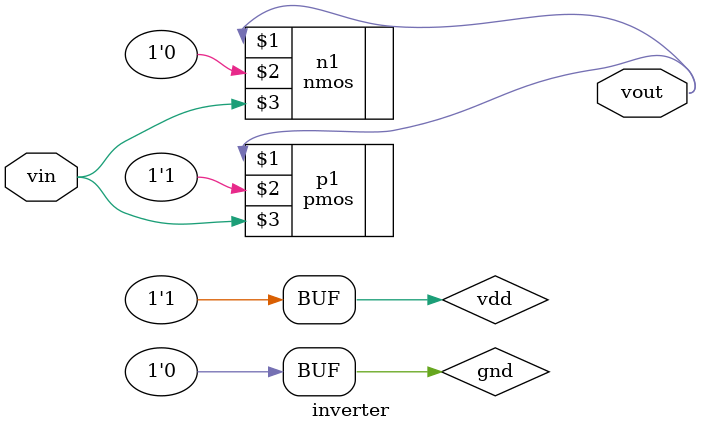
<source format=v>
`timescale 1ns / 1ps


module inverter(
    input vin,
    output vout
    );
    
    supply1 vdd;
    supply0 gnd;
    
    pmos p1 (vout, vdd, vin);
    nmos n1 (vout, gnd, vin);
    
endmodule

</source>
